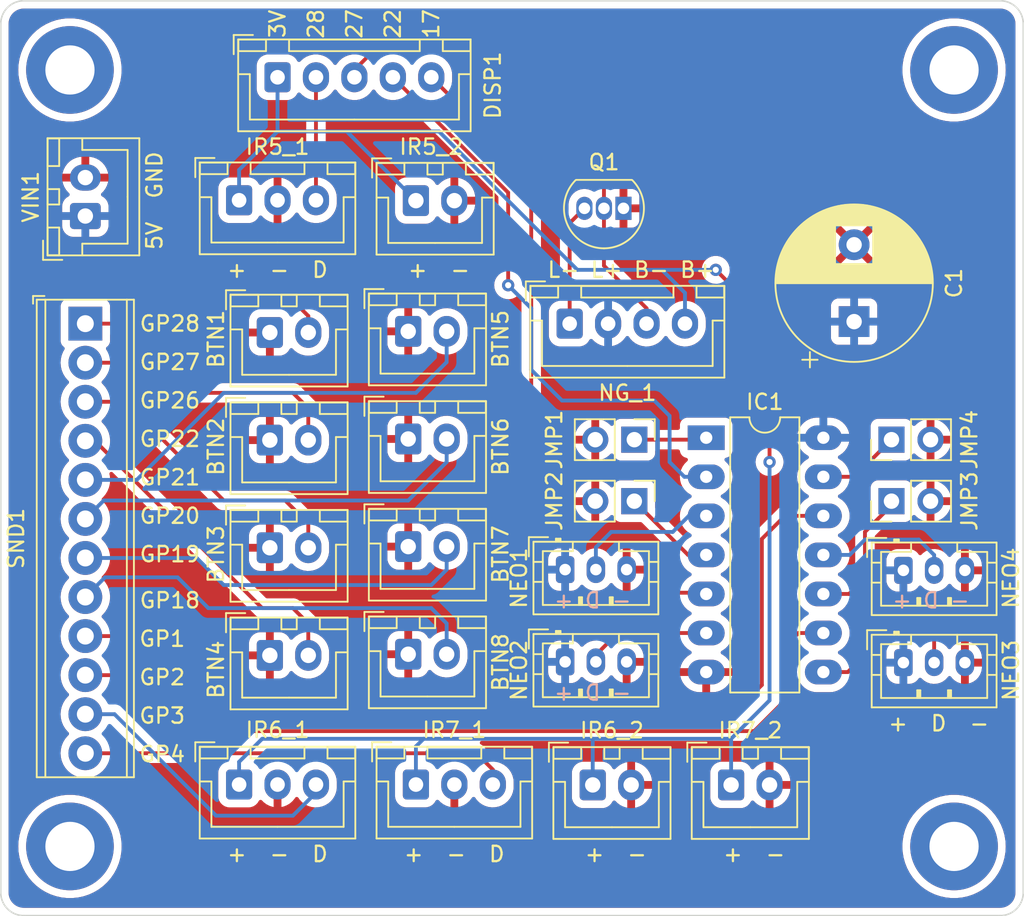
<source format=kicad_pcb>
(kicad_pcb (version 20211014) (generator pcbnew)
  (layers (0 "F.Cu" signal) (31 "B.Cu" signal) (34 "B.Paste" user) (35 "F.Paste" user) (36 "B.SilkS" user "B.Silkscreen") (37 "F.SilkS" user "F.Silkscreen") (38 "B.Mask" user) (39 "F.Mask" user) (44 "Edge.Cuts" user))
  (net 0 "")
  (net 1 "/1OE'")
  (net 2 "/GND")
  (net 3 "/2OE'")
  (net 4 "/3OE'")
  (net 5 "/4OE'")
  (net 6 "/BTN1")
  (net 7 "/BTN2")
  (net 8 "/BTN3")
  (net 9 "/BTN4")
  (net 10 "/BTN5")
  (net 11 "/BTN6")
  (net 12 "/NEO3")
  (net 13 "/NEO1")
  (net 14 "/NEO4")
  (net 15 "/NEO2")
  (net 16 "/5V")
  (net 17 "/TRIGGER")
  (net 18 "/LED")
  (net 19 "/3V3")
  (net 20 "/PWM1")
  (net 21 "/PWM3")
  (net 22 "/PWM2")
  (net 23 "/PWM4")
  (net 24 "/BTN7")
  (net 25 "/BTN8")
  (net 26 "/GP3_S")
  (net 27 "/GP4_S")
  (net 28 "/IR5")
  (footprint "MountingHole:MountingHole_3.2mm_M3_ISO7380_Pad" (layer "F.Cu") (at 39 61.5)
    (fp_text reference "REF**" hide)
    (fp_text value "MountingHole_3.2mm_M3_ISO7380_Pad" hide)
    (pad "1" thru_hole circle locked (at 0 0) (size 5.7 5.7) (drill 3.2) (layers *.Cu *.Mask))
  )
  (footprint "" (layer "F.Cu") (at 39 112)
    (fp_text reference "" (at 0 0) (layer "F.SilkS") (effects (font (size 1.27 1.27))))
    (fp_text value "" (at 0 0) (layer "F.SilkS") (effects (font (size 1.27 1.27))))
    (pad "1" thru_hole circle locked (at 0 0) (size 5.7 5.7) (drill 3.2) (layers *.Cu *.Mask))
  )
  (footprint "Package_DIP:DIP-14_W7.62mm_LongPads" (layer "F.Cu") (at 80.38 85.42)
    (fp_text reference "IC1" (at 3.81 -2.33) (layer "F.SilkS"))
    (fp_text value "DIP_IC_14")
    (pad "1" thru_hole rect locked (at 0 0) (size 2.4 1.6) (drill 0.8) (layers *.Cu *.Mask) (net 1 "/1OE'"))
    (pad "2" thru_hole oval locked (at 0 2.54) (size 2.4 1.6) (drill 0.8) (layers *.Cu *.Mask) (net 20 "/PWM1"))
    (pad "3" thru_hole oval locked (at 0 5.08) (size 2.4 1.6) (drill 0.8) (layers *.Cu *.Mask) (net 13 "/NEO1"))
    (pad "4" thru_hole oval locked (at 0 7.62) (size 2.4 1.6) (drill 0.8) (layers *.Cu *.Mask) (net 3 "/2OE'"))
    (pad "5" thru_hole oval locked (at 0 10.16) (size 2.4 1.6) (drill 0.8) (layers *.Cu *.Mask) (net 22 "/PWM2"))
    (pad "6" thru_hole oval locked (at 0 12.7) (size 2.4 1.6) (drill 0.8) (layers *.Cu *.Mask) (net 15 "/NEO2"))
    (pad "7" thru_hole oval locked (at 0 15.24) (size 2.4 1.6) (drill 0.8) (layers *.Cu *.Mask) (net 2 "/GND"))
    (pad "8" thru_hole oval locked (at 7.62 15.24) (size 2.4 1.6) (drill 0.8) (layers *.Cu *.Mask) (net 12 "/NEO3"))
    (pad "9" thru_hole oval locked (at 7.62 12.7) (size 2.4 1.6) (drill 0.8) (layers *.Cu *.Mask) (net 21 "/PWM3"))
    (pad "10" thru_hole oval locked (at 7.62 10.16) (size 2.4 1.6) (drill 0.8) (layers *.Cu *.Mask) (net 4 "/3OE'"))
    (pad "11" thru_hole oval locked (at 7.62 7.62) (size 2.4 1.6) (drill 0.8) (layers *.Cu *.Mask) (net 14 "/NEO4"))
    (pad "12" thru_hole oval locked (at 7.62 5.08) (size 2.4 1.6) (drill 0.8) (layers *.Cu *.Mask) (net 23 "/PWM4"))
    (pad "13" thru_hole oval locked (at 7.62 2.54) (size 2.4 1.6) (drill 0.8) (layers *.Cu *.Mask) (net 5 "/4OE'"))
    (pad "14" thru_hole oval locked (at 7.62 0) (size 2.4 1.6) (drill 0.8) (layers *.Cu *.Mask) (net 16 "/5V"))
  )
  (footprint "Connector_JST:JST_XH_B2B-XH-A_1x02_P2.50mm_Vertical" (layer "F.Cu") (at 61 92.5)
    (fp_text reference "BTN7" (at 6 0.5 90) (layer "F.SilkS"))
    (fp_text value "Conn_01x02")
    (pad "1" thru_hole roundrect locked (at 0 0) (size 1.7 2) (drill 1) (layers *.Cu *.Mask) (roundrect_rratio 0.1470588235) (net 2 "/GND"))
    (pad "2" thru_hole oval locked (at 2.5 0) (size 1.7 2) (drill 1) (layers *.Cu *.Mask) (net 24 "/BTN7"))
  )
  (footprint "Connector_JST:JST_XH_B3B-XH-A_1x03_P2.50mm_Vertical" (layer "F.Cu") (at 61.5 107.975)
    (fp_text reference "IR7_1" (at 2.5 -3.55) (layer "F.SilkS"))
    (fp_text value "IR7_1")
    (pad "1" thru_hole roundrect locked (at 0 0) (size 1.7 1.95) (drill 0.95) (layers *.Cu *.Mask) (roundrect_rratio 0.1470588235) (net 19 "/3V3"))
    (pad "2" thru_hole oval locked (at 2.5 0) (size 1.7 1.95) (drill 0.95) (layers *.Cu *.Mask) (net 2 "/GND"))
    (pad "3" thru_hole oval locked (at 5 0) (size 1.7 1.95) (drill 0.95) (layers *.Cu *.Mask) (net 27 "/GP4_S"))
  )
  (footprint "Connector_JST:JST_PH_B3B-PH-K_1x03_P2.00mm_Vertical" (layer "F.Cu") (at 71.205 93.995)
    (fp_text reference "NEO1" (at -3 0.55 90) (layer "F.SilkS"))
    (fp_text value "NEO1")
    (pad "1" thru_hole roundrect locked (at 0 0) (size 1.2 1.75) (drill 0.75) (layers *.Cu *.Mask) (roundrect_rratio 0.2083333333) (net 16 "/5V"))
    (pad "2" thru_hole oval locked (at 2 0) (size 1.2 1.75) (drill 0.75) (layers *.Cu *.Mask) (net 13 "/NEO1"))
    (pad "3" thru_hole oval locked (at 4 0) (size 1.2 1.75) (drill 0.75) (layers *.Cu *.Mask) (net 2 "/GND"))
  )
  (footprint "Connector_PinHeader_2.54mm:PinHeader_1x02_P2.54mm_Vertical" (layer "F.Cu") (at 92.43 89.545 90)
    (fp_text reference "JMP3" (at 0 5.07 90) (layer "F.SilkS"))
    (fp_text value "JMP3")
    (pad "1" thru_hole rect locked (at 0 0 90) (size 1.7 1.7) (drill 1) (layers *.Cu *.Mask) (net 4 "/3OE'"))
    (pad "2" thru_hole oval locked (at 0 2.54 90) (size 1.7 1.7) (drill 1) (layers *.Cu *.Mask) (net 2 "/GND"))
  )
  (footprint "Connector_JST:JST_XH_B2B-XH-A_1x02_P2.50mm_Vertical" (layer "F.Cu") (at 52 85.575)
    (fp_text reference "BTN2" (at -3.5 0.425 90) (layer "F.SilkS"))
    (fp_text value "Conn_01x02")
    (pad "1" thru_hole roundrect locked (at 0 0) (size 1.7 2) (drill 1) (layers *.Cu *.Mask) (roundrect_rratio 0.1470588235) (net 2 "/GND"))
    (pad "2" thru_hole oval locked (at 2.5 0) (size 1.7 2) (drill 1) (layers *.Cu *.Mask) (net 7 "/BTN2"))
  )
  (footprint "MountingHole:MountingHole_3.2mm_M3_ISO7380_Pad" (layer "F.Cu") (at 96.5 61.5)
    (fp_text reference "REF**" hide)
    (fp_text value "MountingHole_3.2mm_M3_ISO7380_Pad" hide)
    (pad "1" thru_hole circle locked (at 0 0) (size 5.7 5.7) (drill 3.2) (layers *.Cu *.Mask))
  )
  (footprint "Connector_JST:JST_XH_B2B-XH-A_1x02_P2.50mm_Vertical" (layer "F.Cu") (at 73 108)
    (fp_text reference "IR6_2" (at 1.25 -3.55) (layer "F.SilkS"))
    (fp_text value "IR6_2")
    (pad "1" thru_hole roundrect locked (at 0 0) (size 1.7 2) (drill 1) (layers *.Cu *.Mask) (roundrect_rratio 0.1470588235) (net 19 "/3V3"))
    (pad "2" thru_hole oval locked (at 2.5 0) (size 1.7 2) (drill 1) (layers *.Cu *.Mask) (net 2 "/GND"))
  )
  (footprint "Package_TO_SOT_THT:TO-92_Inline" (layer "F.Cu") (at 75 70.5 180)
    (fp_text reference "Q1" (at 1.27 3) (layer "F.SilkS"))
    (fp_text value "2N3904")
    (pad "1" thru_hole rect locked (at 0 0 180) (size 1.05 1.5) (drill 0.75) (layers *.Cu *.Mask) (net 2 "/GND"))
    (pad "2" thru_hole oval locked (at 1.27 0 180) (size 1.05 1.5) (drill 0.75) (layers *.Cu *.Mask) (net 17 "/TRIGGER"))
    (pad "3" thru_hole oval locked (at 2.54 0 180) (size 1.05 1.5) (drill 0.75) (layers *.Cu *.Mask) (net 18 "/LED"))
  )
  (footprint "Capacitor_THT:CP_Radial_D10.0mm_P5.00mm" (layer "F.Cu") (at 90 77.867677 90)
    (fp_text reference "C1" (at 2.5 6.5 90) (layer "F.SilkS"))
    (fp_text value "1000uF")
    (pad "1" thru_hole rect locked (at 0 0 90) (size 2 2) (drill 1) (layers *.Cu *.Mask) (net 16 "/5V"))
    (pad "2" thru_hole circle locked (at 5 0 90) (size 2 2) (drill 1) (layers *.Cu *.Mask) (net 2 "/GND"))
  )
  (footprint "Connector_JST:JST_XH_B2B-XH-A_1x02_P2.50mm_Vertical" (layer "F.Cu") (at 61 99.5)
    (fp_text reference "BTN8" (at 6 0.525 90) (layer "F.SilkS"))
    (fp_text value "Conn_01x02")
    (pad "1" thru_hole roundrect locked (at 0 0) (size 1.7 2) (drill 1) (layers *.Cu *.Mask) (roundrect_rratio 0.1470588235) (net 2 "/GND"))
    (pad "2" thru_hole oval locked (at 2.5 0) (size 1.7 2) (drill 1) (layers *.Cu *.Mask) (net 25 "/BTN8"))
  )
  (footprint "Connector_JST:JST_XH_B2B-XH-A_1x02_P2.50mm_Vertical" (layer "F.Cu") (at 52 99.575)
    (fp_text reference "BTN4" (at -3.5 0.925 90) (layer "F.SilkS"))
    (fp_text value "Conn_01x02")
    (pad "1" thru_hole roundrect locked (at 0 0) (size 1.7 2) (drill 1) (layers *.Cu *.Mask) (roundrect_rratio 0.1470588235) (net 2 "/GND"))
    (pad "2" thru_hole oval locked (at 2.5 0) (size 1.7 2) (drill 1) (layers *.Cu *.Mask) (net 9 "/BTN4"))
  )
  (footprint "Connector_JST:JST_XH_B2B-XH-A_1x02_P2.50mm_Vertical" (layer "F.Cu") (at 61.5 70)
    (fp_text reference "IR5_2" (at 1 -3.5 180) (layer "F.SilkS"))
    (fp_text value "IR5_2")
    (pad "1" thru_hole roundrect locked (at 0 0) (size 1.7 2) (drill 1) (layers *.Cu *.Mask) (roundrect_rratio 0.1470588235) (net 19 "/3V3"))
    (pad "2" thru_hole oval locked (at 2.5 0) (size 1.7 2) (drill 1) (layers *.Cu *.Mask) (net 2 "/GND"))
  )
  (footprint "Connector_JST:JST_XH_B3B-XH-A_1x03_P2.50mm_Vertical" (layer "F.Cu") (at 50 69.975)
    (fp_text reference "IR5_1" (at 2.5 -3.475 180) (layer "F.SilkS"))
    (fp_text value "IR5_1")
    (pad "1" thru_hole roundrect locked (at 0 0) (size 1.7 1.95) (drill 0.95) (layers *.Cu *.Mask) (roundrect_rratio 0.1470588235) (net 19 "/3V3"))
    (pad "2" thru_hole oval locked (at 2.5 0) (size 1.7 1.95) (drill 0.95) (layers *.Cu *.Mask) (net 2 "/GND"))
    (pad "3" thru_hole oval locked (at 5 0) (size 1.7 1.95) (drill 0.95) (layers *.Cu *.Mask) (net 28 "/IR5"))
  )
  (footprint "Connector_JST:JST_PH_B3B-PH-K_1x03_P2.00mm_Vertical" (layer "F.Cu") (at 93.205 94.045)
    (fp_text reference "NEO4" (at 7 0.5 90) (layer "F.SilkS"))
    (fp_text value "NEO4")
    (pad "1" thru_hole roundrect locked (at 0 0) (size 1.2 1.75) (drill 0.75) (layers *.Cu *.Mask) (roundrect_rratio 0.2083333333) (net 16 "/5V"))
    (pad "2" thru_hole oval locked (at 2 0) (size 1.2 1.75) (drill 0.75) (layers *.Cu *.Mask) (net 14 "/NEO4"))
    (pad "3" thru_hole oval locked (at 4 0) (size 1.2 1.75) (drill 0.75) (layers *.Cu *.Mask) (net 2 "/GND"))
  )
  (footprint "Connector_JST:JST_XH_B2B-XH-A_1x02_P2.50mm_Vertical" (layer "F.Cu") (at 52 92.575)
    (fp_text reference "BTN3" (at -3.5 0.425 90) (layer "F.SilkS"))
    (fp_text value "Conn_01x02")
    (pad "1" thru_hole roundrect locked (at 0 0) (size 1.7 2) (drill 1) (layers *.Cu *.Mask) (roundrect_rratio 0.1470588235) (net 2 "/GND"))
    (pad "2" thru_hole oval locked (at 2.5 0) (size 1.7 2) (drill 1) (layers *.Cu *.Mask) (net 8 "/BTN3"))
  )
  (footprint "Connector_JST:JST_PH_B3B-PH-K_1x03_P2.00mm_Vertical" (layer "F.Cu") (at 93.205 100.045)
    (fp_text reference "NEO3" (at 7 0.5 90) (layer "F.SilkS"))
    (fp_text value "NEO3")
    (pad "1" thru_hole roundrect locked (at 0 0) (size 1.2 1.75) (drill 0.75) (layers *.Cu *.Mask) (roundrect_rratio 0.2083333333) (net 16 "/5V"))
    (pad "2" thru_hole oval locked (at 2 0) (size 1.2 1.75) (drill 0.75) (layers *.Cu *.Mask) (net 12 "/NEO3"))
    (pad "3" thru_hole oval locked (at 4 0) (size 1.2 1.75) (drill 0.75) (layers *.Cu *.Mask) (net 2 "/GND"))
  )
  (footprint "Connector_JST:JST_XH_B2B-XH-A_1x02_P2.50mm_Vertical" (layer "F.Cu") (at 82 108)
    (fp_text reference "IR7_2" (at 1.25 -3.55) (layer "F.SilkS"))
    (fp_text value "IR7_2")
    (pad "1" thru_hole roundrect locked (at 0 0) (size 1.7 2) (drill 1) (layers *.Cu *.Mask) (roundrect_rratio 0.1470588235) (net 19 "/3V3"))
    (pad "2" thru_hole oval locked (at 2.5 0) (size 1.7 2) (drill 1) (layers *.Cu *.Mask) (net 2 "/GND"))
  )
  (footprint "Connector_PinHeader_2.54mm:PinHeader_1x02_P2.54mm_Vertical" (layer "F.Cu") (at 92.43 85.545 90)
    (fp_text reference "JMP4" (at 0 5.07 90) (layer "F.SilkS"))
    (fp_text value "JMP4")
    (pad "1" thru_hole rect locked (at 0 0 90) (size 1.7 1.7) (drill 1) (layers *.Cu *.Mask) (net 5 "/4OE'"))
    (pad "2" thru_hole oval locked (at 0 2.54 90) (size 1.7 1.7) (drill 1) (layers *.Cu *.Mask) (net 2 "/GND"))
  )
  (footprint "Connector_PinHeader_2.54mm:PinHeader_1x02_P2.54mm_Vertical" (layer "F.Cu") (at 75.705 89.545 -90)
    (fp_text reference "JMP2" (at 0 5.205 90) (layer "F.SilkS"))
    (fp_text value "JMP2")
    (pad "1" thru_hole rect locked (at 0 0 270) (size 1.7 1.7) (drill 1) (layers *.Cu *.Mask) (net 3 "/2OE'"))
    (pad "2" thru_hole oval locked (at 0 2.54 270) (size 1.7 1.7) (drill 1) (layers *.Cu *.Mask) (net 2 "/GND"))
  )
  (footprint "Connector_JST:JST_XH_B4B-XH-A_1x04_P2.50mm_Vertical" (layer "F.Cu") (at 71.5 78)
    (fp_text reference "NG_1" (at 3.75 4.5) (layer "F.SilkS"))
    (fp_text value "NG_BTN")
    (pad "1" thru_hole roundrect locked (at 0 0) (size 1.7 1.95) (drill 0.95) (layers *.Cu *.Mask) (roundrect_rratio 0.1470588235) (net 18 "/LED"))
    (pad "2" thru_hole oval locked (at 2.5 0) (size 1.7 1.95) (drill 0.95) (layers *.Cu *.Mask) (net 16 "/5V"))
    (pad "3" thru_hole oval locked (at 5 0) (size 1.7 1.95) (drill 0.95) (layers *.Cu *.Mask) (net 17 "/TRIGGER"))
    (pad "4" thru_hole oval locked (at 7.5 0) (size 1.7 1.95) (drill 0.95) (layers *.Cu *.Mask) (net 19 "/3V3"))
  )
  (footprint "Connector_JST:JST_XH_B2B-XH-A_1x02_P2.50mm_Vertical" (layer "F.Cu") (at 61 85.5)
    (fp_text reference "BTN6" (at 6 0.5 90) (layer "F.SilkS"))
    (fp_text value "Conn_01x02")
    (pad "1" thru_hole roundrect locked (at 0 0) (size 1.7 2) (drill 1) (layers *.Cu *.Mask) (roundrect_rratio 0.1470588235) (net 2 "/GND"))
    (pad "2" thru_hole oval locked (at 2.5 0) (size 1.7 2) (drill 1) (layers *.Cu *.Mask) (net 11 "/BTN6"))
  )
  (footprint "TerminalBlock_Phoenix:TerminalBlock_Phoenix_MPT-0,5-12-2.54_1x12_P2.54mm_Horizontal" (layer "F.Cu") (at 40 78 -90)
    (fp_text reference "SND1" (at 13.9705 4.5 90) (layer "F.SilkS"))
    (fp_text value "Snd_input")
    (pad "1" thru_hole rect locked (at 0 0 270) (size 2.2 2.2) (drill 1.1) (layers *.Cu *.Mask) (net 6 "/BTN1"))
    (pad "2" thru_hole circle locked (at 2.54 0 270) (size 2.2 2.2) (drill 1.1) (layers *.Cu *.Mask) (net 7 "/BTN2"))
    (pad "3" thru_hole circle locked (at 5.08 0 270) (size 2.2 2.2) (drill 1.1) (layers *.Cu *.Mask) (net 8 "/BTN3"))
    (pad "4" thru_hole circle locked (at 7.62 0 270) (size 2.2 2.2) (drill 1.1) (layers *.Cu *.Mask) (net 9 "/BTN4"))
    (pad "5" thru_hole circle locked (at 10.16 0 270) (size 2.2 2.2) (drill 1.1) (layers *.Cu *.Mask) (net 10 "/BTN5"))
    (pad "6" thru_hole circle locked (at 12.7 0 270) (size 2.2 2.2) (drill 1.1) (layers *.Cu *.Mask) (net 11 "/BTN6"))
    (pad "7" thru_hole circle locked (at 15.24 0 270) (size 2.2 2.2) (drill 1.1) (layers *.Cu *.Mask) (net 24 "/BTN7"))
    (pad "8" thru_hole circle locked (at 17.78 0 270) (size 2.2 2.2) (drill 1.1) (layers *.Cu *.Mask) (net 25 "/BTN8"))
    (pad "9" thru_hole circle locked (at 20.32 0 270) (size 2.2 2.2) (drill 1.1) (layers *.Cu *.Mask) (net 23 "/PWM4"))
    (pad "10" thru_hole circle locked (at 22.86 0 270) (size 2.2 2.2) (drill 1.1) (layers *.Cu *.Mask) (net 21 "/PWM3"))
    (pad "11" thru_hole circle locked (at 25.4 0 270) (size 2.2 2.2) (drill 1.1) (layers *.Cu *.Mask) (net 26 "/GP3_S"))
    (pad "12" thru_hole circle locked (at 27.94 0 270) (size 2.2 2.2) (drill 1.1) (layers *.Cu *.Mask) (net 27 "/GP4_S"))
  )
  (footprint "MountingHole:MountingHole_3.2mm_M3_ISO7380_Pad" (layer "F.Cu") (at 96.5 112)
    (fp_text reference "REF**" hide)
    (fp_text value "MountingHole_3.2mm_M3_ISO7380_Pad" hide)
    (pad "1" thru_hole circle locked (at 0 0) (size 5.7 5.7) (drill 3.2) (layers *.Cu *.Mask))
  )
  (footprint "Connector_JST:JST_PH_B3B-PH-K_1x03_P2.00mm_Vertical" (layer "F.Cu") (at 71.205 99.995)
    (fp_text reference "NEO2" (at -3 0.55 90) (layer "F.SilkS"))
    (fp_text value "NEO2")
    (pad "1" thru_hole roundrect locked (at 0 0) (size 1.2 1.75) (drill 0.75) (layers *.Cu *.Mask) (roundrect_rratio 0.2083333333) (net 16 "/5V"))
    (pad "2" thru_hole oval locked (at 2 0) (size 1.2 1.75) (drill 0.75) (layers *.Cu *.Mask) (net 15 "/NEO2"))
    (pad "3" thru_hole oval locked (at 4 0) (size 1.2 1.75) (drill 0.75) (layers *.Cu *.Mask) (net 2 "/GND"))
  )
  (footprint "Connector_JST:JST_XH_B2B-XH-A_1x02_P2.50mm_Vertical" (layer "F.Cu") (at 61 78.5)
    (fp_text reference "BTN5" (at 6 0.5 90) (layer "F.SilkS"))
    (fp_text value "Conn_01x02")
    (pad "1" thru_hole roundrect locked (at 0 0) (size 1.7 2) (drill 1) (layers *.Cu *.Mask) (roundrect_rratio 0.1470588235) (net 2 "/GND"))
    (pad "2" thru_hole oval locked (at 2.5 0) (size 1.7 2) (drill 1) (layers *.Cu *.Mask) (net 10 "/BTN5"))
  )
  (footprint "Connector_JST:JST_XH_B2B-XH-A_1x02_P2.50mm_Vertical" (layer "F.Cu") (at 52 78.575)
    (fp_text reference "BTN1" (at -3.5 0.425 90) (layer "F.SilkS"))
    (fp_text value "Conn_01x02")
    (pad "1" thru_hole roundrect locked (at 0 0) (size 1.7 2) (drill 1) (layers *.Cu *.Mask) (roundrect_rratio 0.1470588235) (net 2 "/GND"))
    (pad "2" thru_hole oval locked (at 2.5 0) (size 1.7 2) (drill 1) (layers *.Cu *.Mask) (net 6 "/BTN1"))
  )
  (footprint "Connector_PinHeader_2.54mm:PinHeader_1x02_P2.54mm_Vertical" (layer "F.Cu") (at 75.705 85.545 -90)
    (fp_text reference "JMP1" (at 0 5.205 90) (layer "F.SilkS"))
    (fp_text value "JMP1")
    (pad "1" thru_hole rect locked (at 0 0 270) (size 1.7 1.7) (drill 1) (layers *.Cu *.Mask) (net 1 "/1OE'"))
    (pad "2" thru_hole oval locked (at 0 2.54 270) (size 1.7 1.7) (drill 1) (layers *.Cu *.Mask) (net 2 "/GND"))
  )
  (footprint "Connector_JST:JST_XH_B2B-XH-A_1x02_P2.50mm_Vertical" (layer "F.Cu") (at 40 71 90)
    (fp_text reference "VIN1" (at 1.25 -3.55 90) (layer "F.SilkS"))
    (fp_text value "VDD_IN")
    (pad "1" thru_hole roundrect locked (at 0 0 90) (size 1.7 2) (drill 1) (layers *.Cu *.Mask) (roundrect_rratio 0.1470588235) (net 16 "/5V"))
    (pad "2" thru_hole oval locked (at 2.5 0 90) (size 1.7 2) (drill 1) (layers *.Cu *.Mask) (net 2 "/GND"))
  )
  (footprint "Connector_JST:JST_XH_B5B-XH-A_1x05_P2.50mm_Vertical" (layer "F.Cu") (at 52.5 61.975)
    (fp_text reference "DISP1" (at 14 0.525 90) (layer "F.SilkS"))
    (fp_text value "Disp_input")
    (pad "1" thru_hole roundrect locked (at 0 0) (size 1.7 1.95) (drill 0.95) (layers *.Cu *.Mask) (roundrect_rratio 0.1470588235) (net 19 "/3V3"))
    (pad "2" thru_hole oval locked (at 2.5 0) (size 1.7 1.95) (drill 0.95) (layers *.Cu *.Mask) (net 28 "/IR5"))
    (pad "3" thru_hole oval locked (at 5 0) (size 1.7 1.95) (drill 0.95) (layers *.Cu *.Mask) (net 17 "/TRIGGER"))
    (pad "4" thru_hole oval locked (at 7.5 0) (size 1.7 1.95) (drill 0.95) (layers *.Cu *.Mask) (net 20 "/PWM1"))
    (pad "5" thru_hole oval locked (at 10 0) (size 1.7 1.95) (drill 0.95) (layers *.Cu *.Mask) (net 22 "/PWM2"))
  )
  (footprint "Connector_JST:JST_XH_B3B-XH-A_1x03_P2.50mm_Vertical" (layer "F.Cu") (at 50 107.975)
    (fp_text reference "IR6_1" (at 2.5 -3.55) (layer "F.SilkS"))
    (fp_text value "IR6_1")
    (pad "1" thru_hole roundrect locked (at 0 0) (size 1.7 1.95) (drill 0.95) (layers *.Cu *.Mask) (roundrect_rratio 0.1470588235) (net 19 "/3V3"))
    (pad "2" thru_hole oval locked (at 2.5 0) (size 1.7 1.95) (drill 0.95) (layers *.Cu *.Mask) (net 2 "/GND"))
    (pad "3" thru_hole oval locked (at 5 0) (size 1.7 1.95) (drill 0.95) (layers *.Cu *.Mask) (net 26 "/GP3_S"))
  )
  (gr_line (start 36 116.5) (end 99.5 116.5) (layer "Edge.Cuts") (width 0.1))
  (gr_line (start 99.5 57) (end 36 57) (layer "Edge.Cuts") (width 0.1))
  (gr_arc (start 36 116.5) (mid 34.93934 116.06066) (end 34.5 115) (layer "Edge.Cuts") (width 0.1))
  (gr_line (start 34.5 58.5) (end 34.5 115) (layer "Edge.Cuts") (width 0.1))
  (gr_arc (start 34.5 58.5) (mid 34.93934 57.43934) (end 36 57) (layer "Edge.Cuts") (width 0.1))
  (gr_line (start 101 115) (end 101 58.5) (layer "Edge.Cuts") (width 0.1))
  (gr_arc (start 99.5 57) (mid 100.56066 57.43934) (end 101 58.5) (layer "Edge.Cuts") (width 0.1))
  (gr_arc (start 101 115) (mid 100.56066 116.06066) (end 99.5 116.5) (layer "Edge.Cuts") (width 0.1))
  (gr_text "- D +" (at 95 96) (layer "B.SilkS") (effects (font (size 1 1)) (justify mirror)))
  (gr_text "- D +" (at 73 102) (layer "B.SilkS") (effects (font (size 1 1)) (justify mirror)))
  (gr_text "- D +" (at 73 96) (layer "B.SilkS") (effects (font (size 1 1)) (justify mirror)))
  (gr_text "17" (at 62.5 58.5 90) (layer "F.SilkS") (effects (font (size 1 1))))
  (gr_text "5V  GND" (at 44.5 70 90) (layer "F.SilkS") (effects (font (size 1 1))))
  (gr_text "+  -  D" (at 64 112.5) (layer "F.SilkS") (effects (font (size 1 1))))
  (gr_text "+  -" (at 63 74.5) (layer "F.SilkS") (effects (font (size 1 1))))
  (gr_text "GP28" (at 45.5 78) (layer "F.SilkS") (effects (font (size 1 1))))
  (gr_text "GP4" (at 45 106) (layer "F.SilkS") (effects (font (size 1 1))))
  (gr_text "GP27" (at 45.5 80.5) (layer "F.SilkS") (effects (font (size 1 1))))
  (gr_text "+  -  D" (at 52.5 112.5) (layer "F.SilkS") (effects (font (size 1 1))))
  (gr_text "GP26" (at 45.5 83) (layer "F.SilkS") (effects (font (size 1 1))))
  (gr_text "GP1" (at 45 98.5) (layer "F.SilkS") (effects (font (size 1 1))))
  (gr_text "GP18" (at 45.5 96) (layer "F.SilkS") (effects (font (size 1 1))))
  (gr_text "L- L+ B- B+" (at 75.5 74.5) (layer "F.SilkS") (effects (font (size 1 1))))
  (gr_text "3V" (at 52.5 58.5 90) (layer "F.SilkS") (effects (font (size 1 1))))
  (gr_text "GP2" (at 45 101) (layer "F.SilkS") (effects (font (size 1 1))))
  (gr_text "GP22" (at 45.5 85.5) (layer "F.SilkS") (effects (font (size 1 1))))
  (gr_text "27" (at 57.5 58.5 90) (layer "F.SilkS") (effects (font (size 1 1))))
  (gr_text "+  -  D" (at 52.5 74.5) (layer "F.SilkS") (effects (font (size 1 1))))
  (gr_text "+  -" (at 83.5 112.5) (layer "F.SilkS") (effects (font (size 1 1))))
  (gr_text "+  -" (at 74.5 112.5) (layer "F.SilkS") (effects (font (size 1 1))))
  (gr_text "+  D  -" (at 95.5 104) (layer "F.SilkS") (effects (font (size 1 1))))
  (gr_text "GP3" (at 45 103.5) (layer "F.SilkS") (effects (font (size 1 1))))
  (gr_text "GP19" (at 45.5 93) (layer "F.SilkS") (effects (font (size 1 1))))
  (gr_text "22" (at 60 58.5 90) (layer "F.SilkS") (effects (font (size 1 1))))
  (gr_text "GP21" (at 45.5 88) (layer "F.SilkS") (effects (font (size 1 1))))
  (gr_text "28" (at 55 58.5 90) (layer "F.SilkS") (effects (font (size 1 1))))
  (gr_text "GP20" (at 45.5 90.5) (layer "F.SilkS") (effects (font (size 1 1))))
  (segment (start 75.705 85.545) (end 80.255 85.545) (width 0.25) (layer "F.Cu") (net 1))
  (segment (start 80.255 85.545) (end 80.38 85.42) (width 0.25) (layer "F.Cu") (net 1))
  (segment (start 79.2 93.04) (end 80.38 93.04) (width 0.25) (layer "F.Cu") (net 3))
  (segment (start 75.705 89.545) (end 79.2 93.04) (width 0.25) (layer "F.Cu") (net 3))
  (segment (start 90.705 91.545) (end 90.705 94.545) (width 0.25) (layer "F.Cu") (net 4))
  (segment (start 92.43 89.545) (end 92.43 89.82) (width 0.25) (layer "F.Cu") (net 4))
  (segment (start 89.67 95.58) (end 88 95.58) (width 0.25) (layer "F.Cu") (net 4))
  (segment (start 90.705 94.545) (end 89.67 95.58) (width 0.25) (layer "F.Cu") (net 4))
  (segment (start 92.43 89.82) (end 90.705 91.545) (width 0.25) (layer "F.Cu") (net 4))
  (segment (start 88 87.96) (end 90.015 87.96) (width 0.25) (layer "F.Cu") (net 5))
  (segment (start 90.015 87.96) (end 92.43 85.545) (width 0.25) (layer "F.Cu") (net 5))
  (segment (start 53.5 76.5) (end 54.5 77.5) (width 0.25) (layer "F.Cu") (net 6))
  (segment (start 48.5 78) (end 40 78) (width 0.25) (layer "F.Cu") (net 6))
  (segment (start 48.5 78) (end 50 76.5) (width 0.25) (layer "F.Cu") (net 6))
  (segment (start 54.5 77.5) (end 54.5 78.575) (width 0.25) (layer "F.Cu") (net 6))
  (segment (start 50 76.5) (end 53.5 76.5) (width 0.25) (layer "F.Cu") (net 6))
  (segment (start 46 82.5) (end 53.5 82.5) (width 0.25) (layer "F.Cu") (net 7))
  (segment (start 44.04 80.54) (end 46 82.5) (width 0.25) (layer "F.Cu") (net 7))
  (segment (start 44.04 80.54) (end 40 80.54) (width 0.25) (layer "F.Cu") (net 7))
  (segment (start 53.5 82.5) (end 54.5 83.5) (width 0.25) (layer "F.Cu") (net 7))
  (segment (start 54.5 83.5) (end 54.5 85.575) (width 0.25) (layer "F.Cu") (net 7))
  (segment (start 42.58 83.08) (end 40 83.08) (width 0.25) (layer "F.Cu") (net 8))
  (segment (start 42.58 83.08) (end 49 89.5) (width 0.25) (layer "F.Cu") (net 8))
  (segment (start 53 89.5) (end 54.5 91) (width 0.25) (layer "F.Cu") (net 8))
  (segment (start 49 89.5) (end 53 89.5) (width 0.25) (layer "F.Cu") (net 8))
  (segment (start 54.5 91) (end 54.5 92.575) (width 0.25) (layer "F.Cu") (net 8))
  (segment (start 40.62 85.62) (end 40 85.62) (width 0.25) (layer "F.Cu") (net 9))
  (segment (start 54.5 97.5) (end 54.5 99.575) (width 0.25) (layer "F.Cu") (net 9))
  (segment (start 53.5 96.5) (end 54.5 97.5) (width 0.25) (layer "F.Cu") (net 9))
  (segment (start 51.5 96.5) (end 40.62 85.62) (width 0.25) (layer "F.Cu") (net 9))
  (segment (start 51.5 96.5) (end 53.5 96.5) (width 0.25) (layer "F.Cu") (net 9))
  (segment (start 63.5 80.5) (end 63.5 78.5) (width 0.25) (layer "B.Cu") (net 10))
  (segment (start 43.34 88.16) (end 40 88.16) (width 0.25) (layer "B.Cu") (net 10))
  (segment (start 49 82.5) (end 61.5 82.5) (width 0.25) (layer "B.Cu") (net 10))
  (segment (start 61.5 82.5) (end 63.5 80.5) (width 0.25) (layer "B.Cu") (net 10))
  (segment (start 43.34 88.16) (end 49 82.5) (width 0.25) (layer "B.Cu") (net 10))
  (segment (start 41.2 89.5) (end 40 90.7) (width 0.25) (layer "B.Cu") (net 11))
  (segment (start 61 89.5) (end 41.2 89.5) (width 0.25) (layer "B.Cu") (net 11))
  (segment (start 63.5 85.5) (end 63.5 87) (width 0.25) (layer "B.Cu") (net 11))
  (segment (start 63.5 87) (end 61 89.5) (width 0.25) (layer "B.Cu") (net 11))
  (segment (start 92.205 98.045) (end 89.59 100.66) (width 0.25) (layer "F.Cu") (net 12))
  (segment (start 89.59 100.66) (end 88 100.66) (width 0.25) (layer "F.Cu") (net 12))
  (segment (start 95.205 100.045) (end 95.205 98.545) (width 0.25) (layer "F.Cu") (net 12))
  (segment (start 95.205 98.545) (end 94.705 98.045) (width 0.25) (layer "F.Cu") (net 12))
  (segment (start 94.705 98.045) (end 92.205 98.045) (width 0.25) (layer "F.Cu") (net 12))
  (segment (start 79.25 90.5) (end 80.38 90.5) (width 0.25) (layer "B.Cu") (net 13))
  (segment (start 73.205 93.995) (end 73.205 92.545) (width 0.25) (layer "B.Cu") (net 13))
  (segment (start 74.205 91.545) (end 78.205 91.545) (width 0.25) (layer "B.Cu") (net 13))
  (segment (start 73.205 92.545) (end 74.205 91.545) (width 0.25) (layer "B.Cu") (net 13))
  (segment (start 78.205 91.545) (end 79.25 90.5) (width 0.25) (layer "B.Cu") (net 13))
  (segment (start 94.205 92.045) (end 90.705 92.045) (width 0.25) (layer "B.Cu") (net 14))
  (segment (start 90.705 92.045) (end 89.71 93.04) (width 0.25) (layer "B.Cu") (net 14))
  (segment (start 95.205 93.045) (end 94.205 92.045) (width 0.25) (layer "B.Cu") (net 14))
  (segment (start 89.71 93.04) (end 88 93.04) (width 0.25) (layer "B.Cu") (net 14))
  (segment (start 95.205 94.045) (end 95.205 93.045) (width 0.25) (layer "B.Cu") (net 14))
  (segment (start 73.205 99.545) (end 74.63 98.12) (width 0.25) (layer "F.Cu") (net 15))
  (segment (start 74.63 98.12) (end 80.38 98.12) (width 0.25) (layer "F.Cu") (net 15))
  (segment (start 73.205 99.995) (end 73.205 99.545) (width 0.25) (layer "F.Cu") (net 15))
  (segment (start 57.5 61.5) (end 59 60) (width 0.25) (layer "F.Cu") (net 17))
  (segment (start 73.73 68.23) (end 73.73 70.5) (width 0.25) (layer "F.Cu") (net 17))
  (segment (start 73.73 74.23) (end 76.5 77) (width 0.25) (layer "F.Cu") (net 17))
  (segment (start 73.73 70.5) (end 73.73 74.23) (width 0.25) (layer "F.Cu") (net 17))
  (segment (start 57.5 61.975) (end 57.5 61.5) (width 0.25) (layer "F.Cu") (net 17))
  (segment (start 76.5 77) (end 76.5 78) (width 0.25) (layer "F.Cu") (net 17))
  (segment (start 59 60) (end 65.5 60) (width 0.25) (layer "F.Cu") (net 17))
  (segment (start 65.5 60) (end 73.73 68.23) (width 0.25) (layer "F.Cu") (net 17))
  (segment (start 71.5 71.46) (end 72.46 70.5) (width 0.25) (layer "F.Cu") (net 18))
  (segment (start 71.5 78) (end 71.5 71.46) (width 0.25) (layer "F.Cu") (net 18))
  (segment (start 84.5 78) (end 81 74.5) (width 0.25) (layer "F.Cu") (net 19))
  (segment (start 84.5 78) (end 84.5 87) (width 0.25) (layer "F.Cu") (net 19))
  (via (at 84.5 87) (size 0.8) (drill 0.4) (layers "F.Cu" "B.Cu") (net 19))
  (via (at 81 74.5) (size 0.8) (drill 0.4) (layers "F.Cu" "B.Cu") (net 19))
  (segment (start 52.5 61.975) (end 52.5 65.5) (width 0.25) (layer "B.Cu") (net 19))
  (segment (start 61.5 107.975) (end 61.5 105.5) (width 0.25) (layer "B.Cu") (net 19))
  (segment (start 79 76) (end 79 78) (width 0.25) (layer "B.Cu") (net 19))
  (segment (start 50 68) (end 50 69.975) (width 0.25) (layer "B.Cu") (net 19))
  (segment (start 57 65.5) (end 63 65.5) (width 0.25) (layer "B.Cu") (net 19))
  (segment (start 84.5 102.5) (end 84.5 87) (width 0.25) (layer "B.Cu") (net 19))
  (segment (start 82 105) (end 84.5 102.5) (width 0.25) (layer "B.Cu") (net 19))
  (segment (start 51.5 105) (end 50 106.5) (width 0.25) (layer "B.Cu") (net 19))
  (segment (start 73 105) (end 62 105) (width 0.25) (layer "B.Cu") (net 19))
  (segment (start 82 108) (end 82 105) (width 0.25) (layer "B.Cu") (net 19))
  (segment (start 57 65.5) (end 52.5 65.5) (width 0.25) (layer "B.Cu") (net 19))
  (segment (start 61.5 70) (end 57 65.5) (width 0.25) (layer "B.Cu") (net 19))
  (segment (start 50 106.5) (end 50 107.975) (width 0.25) (layer "B.Cu") (net 19))
  (segment (start 81 74.5) (end 77.5 74.5) (width 0.25) (layer "B.Cu") (net 19))
  (segment (start 63 65.5) (end 72 74.5) (width 0.25) (layer "B.Cu") (net 19))
  (segment (start 52.5 65.5) (end 50 68) (width 0.25) (layer "B.Cu") (net 19))
  (segment (start 77.5 74.5) (end 79 76) (width 0.25) (layer "B.Cu") (net 19))
  (segment (start 72 74.5) (end 77.5 74.5) (width 0.25) (layer "B.Cu") (net 19))
  (segment (start 82 105) (end 73 105) (width 0.25) (layer "B.Cu") (net 19))
  (segment (start 62 105) (end 51.5 105) (width 0.25) (layer "B.Cu") (net 19))
  (segment (start 73 108) (end 73 105) (width 0.25) (layer "B.Cu") (net 19))
  (segment (start 61.5 105.5) (end 62 105) (width 0.25) (layer "B.Cu") (net 19))
  (segment (start 67.5 75.5) (end 67.5 69.475) (width 0.25) (layer "F.Cu") (net 20))
  (segment (start 67.5 69.475) (end 60 61.975) (width 0.25) (layer "F.Cu") (net 20))
  (via (at 67.5 75.5) (size 0.8) (drill 0.4) (layers "F.Cu" "B.Cu") (net 20))
  (segment (start 78.96 87.96) (end 78 87) (width 0.25) (layer "B.Cu") (net 20))
  (segment (start 77 83) (end 71 83) (width 0.25) (layer "B.Cu") (net 20))
  (segment (start 78 87) (end 78 84) (width 0.25) (layer "B.Cu") (net 20))
  (segment (start 78 84) (end 77 83) (width 0.25) (layer "B.Cu") (net 20))
  (segment (start 69 77) (end 67.5 75.5) (width 0.25) (layer "B.Cu") (net 20))
  (segment (start 71 83) (end 69 81) (width 0.25) (layer "B.Cu") (net 20))
  (segment (start 69 81) (end 69 77) (width 0.25) (layer "B.Cu") (net 20))
  (segment (start 80.38 87.96) (end 78.96 87.96) (width 0.25) (layer "B.Cu") (net 20))
  (segment (start 86.38 98.12) (end 85.5 99) (width 0.25) (layer "F.Cu") (net 21))
  (segment (start 83.5 104.5) (end 47.5 104.5) (width 0.25) (layer "F.Cu") (net 21))
  (segment (start 88 98.12) (end 86.38 98.12) (width 0.25) (layer "F.Cu") (net 21))
  (segment (start 43.86 100.86) (end 40 100.86) (width 0.25) (layer "F.Cu") (net 21))
  (segment (start 47.5 104.5) (end 43.86 100.86) (width 0.25) (layer "F.Cu") (net 21))
  (segment (start 85.5 102.5) (end 83.5 104.5) (width 0.25) (layer "F.Cu") (net 21))
  (segment (start 85.5 99) (end 85.5 102.5) (width 0.25) (layer "F.Cu") (net 21))
  (segment (start 80.3 95.5) (end 80.38 95.58) (width 0.25) (layer "F.Cu") (net 22))
  (segment (start 69 68.475) (end 69 95) (width 0.25) (layer "F.Cu") (net 22))
  (segment (start 69 95) (end 70.5 96.5) (width 0.25) (layer "F.Cu") (net 22))
  (segment (start 62.5 61.975) (end 69 68.475) (width 0.25) (layer "F.Cu") (net 22))
  (segment (start 78 95.5) (end 80.3 95.5) (width 0.25) (layer "F.Cu") (net 22))
  (segment (start 70.5 96.5) (end 77 96.5) (width 0.25) (layer "F.Cu") (net 22))
  (segment (start 77 96.5) (end 78 95.5) (width 0.25) (layer "F.Cu") (net 22))
  (segment (start 43.82 98.32) (end 49 103.5) (width 0.25) (layer "F.Cu") (net 23))
  (segment (start 49 103.5) (end 82 103.5) (width 0.25) (layer "F.Cu") (net 23))
  (segment (start 82 103.5) (end 84 101.5) (width 0.25) (layer "F.Cu") (net 23))
  (segment (start 84 101.5) (end 84 92) (width 0.25) (layer "F.Cu") (net 23))
  (segment (start 85.5 90.5) (end 88 90.5) (width 0.25) (layer "F.Cu") (net 23))
  (segment (start 43.82 98.32) (end 40 98.32) (width 0.25) (layer "F.Cu") (net 23))
  (segment (start 84 92) (end 85.5 90.5) (width 0.25) (layer "F.Cu") (net 23))
  (segment (start 63.5 94) (end 63.5 92.5) (width 0.25) (layer "B.Cu") (net 24))
  (segment (start 49 95) (end 62.5 95) (width 0.25) (layer "B.Cu") (net 24))
  (segment (start 47.24 93.24) (end 49 95) (width 0.25) (layer "B.Cu") (net 24))
  (segment (start 62.5 95) (end 63.5 94) (width 0.25) (layer "B.Cu") (net 24))
  (segment (start 47.24 93.24) (end 40 93.24) (width 0.25) (layer "B.Cu") (net 24))
  (segment (start 63.5 97.5) (end 62.5 96.5) (width 0.25) (layer "B.Cu") (net 25))
  (segment (start 62.5 96.5) (end 48 96.5) (width 0.25) (layer "B.Cu") (net 25))
  (segment (start 48 96.5) (end 46 94.5) (width 0.25) (layer "B.Cu") (net 25))
  (segment (start 41.28 94.5) (end 40 95.78) (width 0.25) (layer "B.Cu") (net 25))
  (segment (start 63.5 99.5) (end 63.5 97.5) (width 0.25) (layer "B.Cu") (net 25))
  (segment (start 46 94.5) (end 41.28 94.5) (width 0.25) (layer "B.Cu") (net 25))
  (segment (start 53.5 110) (end 55 108.5) (width 0.25) (layer "B.Cu") (net 26))
  (segment (start 55 108.5) (end 55 107.975) (width 0.25) (layer "B.Cu") (net 26))
  (segment (start 48.5 110) (end 53.5 110) (width 0.25) (layer "B.Cu") (net 26))
  (segment (start 41.9 103.4) (end 40 103.4) (width 0.25) (layer "B.Cu") (net 26))
  (segment (start 41.9 103.4) (end 48.5 110) (width 0.25) (layer "B.Cu") (net 26))
  (segment (start 65.44 105.94) (end 40 105.94) (width 0.25) (layer "F.Cu") (net 27))
  (segment (start 65.44 105.94) (end 66.5 107) (width 0.25) (layer "F.Cu") (net 27))
  (segment (start 66.5 107) (end 66.5 107.975) (width 0.25) (layer "F.Cu") (net 27))
  (segment (start 55 61.975) (end 55 69.975) (width 0.25) (layer "F.Cu") (net 28))
  (zone (net 2) (net_name "/GND") (layer "F.Cu") (connect_pads (clearance 0.508)) (min_thickness 0.254) (fill yes (thermal_gap 0.508) (thermal_bridge_width 0.508))
    (polygon (pts (xy 101.000946 116.499914) (xy 34.5 116.5) (xy 34.500186 57.008125) (xy 101.001294 56.999914)))
  )
  (zone (net 16) (net_name "/5V") (layer "B.Cu") (connect_pads (clearance 0.508)) (min_thickness 0.254) (fill yes (thermal_gap 0.508) (thermal_bridge_width 0.508))
    (polygon (pts (xy 101 116.5) (xy 34.5 116.5) (xy 34.5 57) (xy 101 57)))
  )
)
</source>
